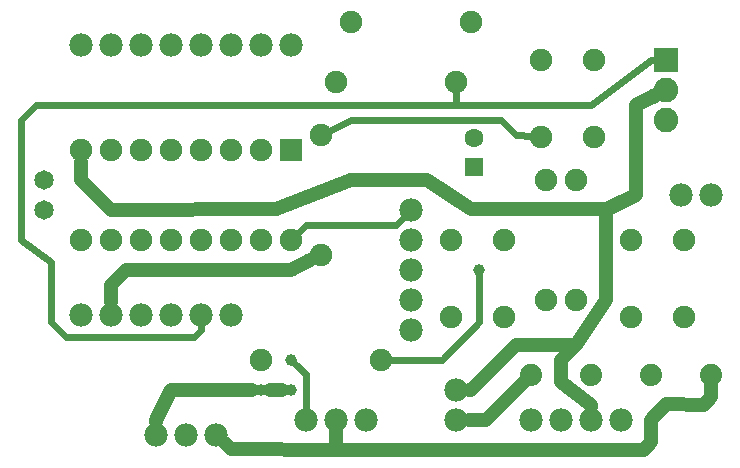
<source format=gbl>
G04 MADE WITH FRITZING*
G04 WWW.FRITZING.ORG*
G04 DOUBLE SIDED*
G04 HOLES PLATED*
G04 CONTOUR ON CENTER OF CONTOUR VECTOR*
%ASAXBY*%
%FSLAX23Y23*%
%MOIN*%
%OFA0B0*%
%SFA1.0B1.0*%
%ADD10C,0.039370*%
%ADD11C,0.082000*%
%ADD12C,0.062992*%
%ADD13C,0.075000*%
%ADD14C,0.078000*%
%ADD15C,0.074000*%
%ADD16C,0.065000*%
%ADD17R,0.082000X0.082000*%
%ADD18R,0.062992X0.062992*%
%ADD19R,0.075000X0.075000*%
%ADD20C,0.024000*%
%ADD21C,0.048000*%
%LNCOPPER0*%
G90*
G70*
G54D10*
X961Y361D03*
X1586Y661D03*
X861Y261D03*
X961Y261D03*
G54D11*
X2211Y1361D03*
X2211Y1261D03*
X2211Y1161D03*
G54D12*
X1571Y1003D03*
X1571Y1101D03*
X1571Y1003D03*
X1571Y1101D03*
G54D13*
X1971Y1103D03*
X1971Y1359D03*
X1794Y1103D03*
X1794Y1359D03*
X1971Y1103D03*
X1971Y1359D03*
X1794Y1103D03*
X1794Y1359D03*
X2271Y503D03*
X2271Y759D03*
X2094Y503D03*
X2094Y759D03*
X2271Y503D03*
X2271Y759D03*
X2094Y503D03*
X2094Y759D03*
X1671Y503D03*
X1671Y759D03*
X1494Y503D03*
X1494Y759D03*
X1671Y503D03*
X1671Y759D03*
X1494Y503D03*
X1494Y759D03*
X1161Y1486D03*
X1561Y1486D03*
X1811Y561D03*
X1811Y961D03*
X1911Y561D03*
X1911Y961D03*
X861Y361D03*
X1261Y361D03*
X1111Y1286D03*
X1511Y1286D03*
G54D14*
X1511Y161D03*
X1511Y261D03*
G54D13*
X1061Y711D03*
X1061Y1111D03*
G54D14*
X2261Y911D03*
X2361Y911D03*
X961Y1411D03*
X861Y1411D03*
X761Y1411D03*
X661Y1411D03*
X561Y1411D03*
X461Y1411D03*
X361Y1411D03*
X261Y1411D03*
X761Y511D03*
X661Y511D03*
X561Y511D03*
X461Y511D03*
X361Y511D03*
X261Y511D03*
G54D13*
X961Y1061D03*
X961Y761D03*
X861Y1061D03*
X861Y761D03*
X761Y1061D03*
X761Y761D03*
X661Y1061D03*
X661Y761D03*
X561Y1061D03*
X561Y761D03*
X461Y1061D03*
X461Y761D03*
X361Y1061D03*
X361Y761D03*
X261Y1061D03*
X261Y761D03*
G54D14*
X1761Y161D03*
X1861Y161D03*
X1961Y161D03*
X2061Y161D03*
X711Y111D03*
X611Y111D03*
X511Y111D03*
X1211Y161D03*
X1111Y161D03*
X1011Y161D03*
G54D15*
X2361Y311D03*
X2161Y311D03*
X1961Y311D03*
X1761Y311D03*
G54D14*
X1361Y861D03*
X1361Y761D03*
X1361Y661D03*
X1361Y561D03*
X1361Y461D03*
G54D16*
X136Y961D03*
X136Y861D03*
G54D17*
X2211Y1361D03*
G54D18*
X1571Y1003D03*
X1571Y1003D03*
G54D19*
X961Y1061D03*
G54D20*
X636Y436D02*
X660Y461D01*
D02*
X660Y461D02*
X660Y481D01*
D02*
X211Y436D02*
X636Y436D01*
D02*
X1010Y312D02*
X1010Y191D01*
D02*
X974Y347D02*
X1010Y312D01*
G54D21*
D02*
X1961Y211D02*
X1961Y202D01*
D02*
X1861Y286D02*
X1961Y211D01*
D02*
X1861Y361D02*
X1861Y286D01*
D02*
X1910Y410D02*
X1861Y361D01*
D02*
X1711Y411D02*
X1910Y410D01*
D02*
X1560Y261D02*
X1711Y411D01*
D02*
X1552Y261D02*
X1560Y261D01*
D02*
X961Y660D02*
X411Y660D01*
D02*
X411Y660D02*
X360Y611D01*
D02*
X360Y611D02*
X360Y552D01*
D02*
X1025Y693D02*
X961Y660D01*
G54D20*
D02*
X1586Y486D02*
X1586Y642D01*
D02*
X1462Y361D02*
X1586Y486D01*
D02*
X1289Y361D02*
X1462Y361D01*
D02*
X1710Y1110D02*
X1660Y1160D01*
D02*
X1660Y1160D02*
X1161Y1160D01*
D02*
X1161Y1160D02*
X1086Y1123D01*
D02*
X1765Y1105D02*
X1710Y1110D01*
G54D21*
D02*
X510Y161D02*
X510Y152D01*
D02*
X561Y261D02*
X510Y161D01*
D02*
X831Y261D02*
X561Y261D01*
D02*
X891Y261D02*
X931Y261D01*
G54D20*
D02*
X1311Y811D02*
X1339Y839D01*
D02*
X1011Y811D02*
X1311Y811D01*
D02*
X981Y781D02*
X1011Y811D01*
G54D21*
D02*
X1611Y161D02*
X1552Y161D01*
D02*
X1734Y284D02*
X1611Y161D01*
D02*
X2210Y212D02*
X2336Y211D01*
D02*
X2360Y236D02*
X2360Y273D01*
D02*
X2336Y211D02*
X2360Y236D01*
D02*
X2161Y161D02*
X2210Y212D01*
D02*
X2161Y86D02*
X2161Y161D01*
D02*
X2136Y61D02*
X2161Y86D01*
D02*
X1110Y61D02*
X2136Y61D01*
D02*
X1111Y120D02*
X1110Y61D01*
D02*
X761Y62D02*
X740Y82D01*
D02*
X1110Y61D02*
X761Y62D01*
D02*
X1111Y120D02*
X1110Y61D01*
D02*
X1911Y411D02*
X2010Y561D01*
D02*
X1711Y411D02*
X1911Y411D01*
D02*
X1561Y261D02*
X1711Y411D01*
D02*
X2111Y1210D02*
X2172Y1241D01*
D02*
X2111Y911D02*
X2111Y1210D01*
D02*
X2011Y860D02*
X2111Y911D01*
D02*
X2010Y561D02*
X2011Y860D01*
D02*
X1552Y261D02*
X1561Y261D01*
D02*
X259Y961D02*
X360Y861D01*
D02*
X360Y861D02*
X910Y862D01*
D02*
X910Y862D02*
X1160Y960D01*
D02*
X2111Y1211D02*
X2172Y1242D01*
D02*
X2111Y911D02*
X2111Y1211D01*
D02*
X2010Y862D02*
X2111Y911D01*
D02*
X1560Y862D02*
X2010Y862D01*
D02*
X1412Y960D02*
X1560Y862D01*
D02*
X1160Y960D02*
X1412Y960D01*
D02*
X260Y1021D02*
X259Y961D01*
G54D20*
D02*
X61Y1161D02*
X110Y1211D01*
D02*
X2160Y1361D02*
X2178Y1361D01*
D02*
X1961Y1210D02*
X2160Y1361D01*
D02*
X1510Y1210D02*
X1961Y1210D01*
D02*
X1510Y1210D02*
X1510Y1257D01*
D02*
X1510Y1257D02*
X1510Y1210D01*
D02*
X110Y1211D02*
X1510Y1210D01*
D02*
X61Y761D02*
X61Y1161D01*
D02*
X160Y686D02*
X61Y761D01*
D02*
X160Y485D02*
X160Y686D01*
D02*
X211Y436D02*
X160Y485D01*
G04 End of Copper0*
M02*
</source>
